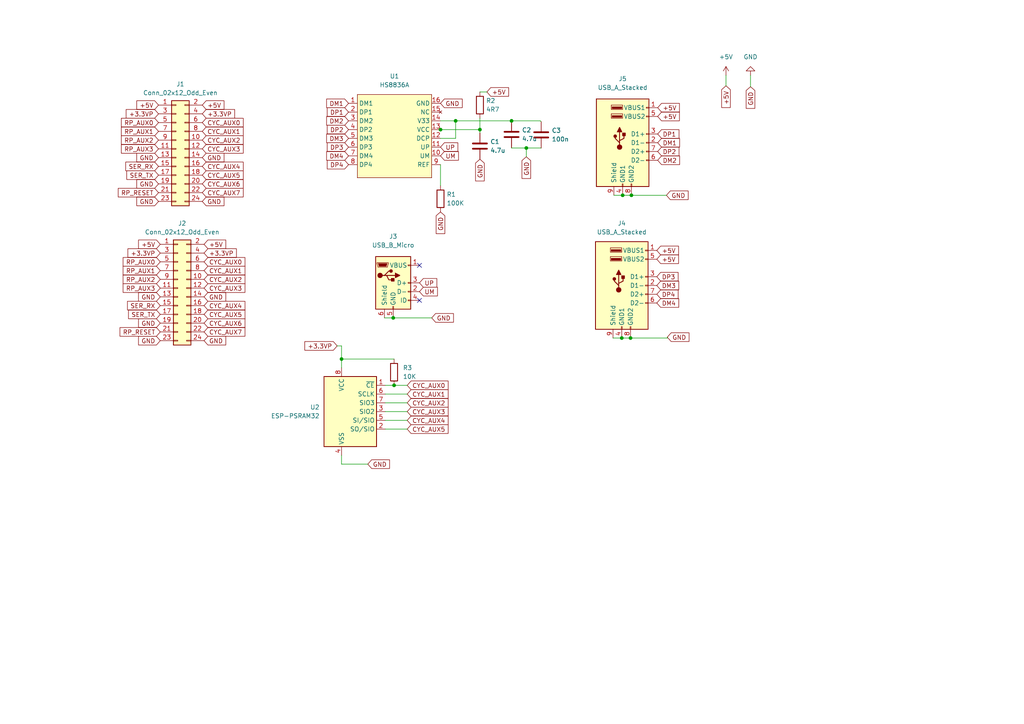
<source format=kicad_sch>
(kicad_sch (version 20230121) (generator eeschema)
  (paper "A4")
  (lib_symbols
    (symbol "Connector:USB_A_Stacked" (pin_names (offset 1.016))
      (property "Reference" "J" (at 0 15.875 0))
      (property "Value" "USB_A_Stacked" (at 0 13.97 0))
      (symbol "USB_A_Stacked_0_1"
        (rectangle (start -7.62 12.7) (end 7.62 -12.7) (stroke (width 0.254)) (fill (type background)))
        (circle (center -2.159 1.905) (radius 0.381) (stroke (width 0.254)) (fill (type outline)))
        (circle (center -0.889 -1.27) (radius 0.635) (stroke (width 0.254)) (fill (type outline)))
        (rectangle (start -0.254 7.366) (end -3.048 7.874) (fill (type outline)))
        (rectangle (start -0.254 9.906) (end -3.048 10.414) (fill (type outline)))
        (rectangle (start -0.127 -12.7) (end 0.127 -11.938))
        (polyline (pts (xy -1.524 3.175) (xy -0.254 3.175) (xy -0.889 4.445) (xy -1.524 3.175)) (stroke (width 0.254)) (fill (type outline)))
        (polyline (pts (xy -0.889 -0.635) (xy -0.889 0) (xy -2.159 1.27) (xy -2.159 1.905)) (stroke (width 0.254)))
        (polyline (pts (xy -0.889 0) (xy -0.889 0.635) (xy 0.381 1.27) (xy 0.381 2.54)) (stroke (width 0.254)))
        (rectangle (start 0 2.794) (end 0.762 2.032) (stroke (width 0.254)) (fill (type outline)))
        (rectangle (start 0 7.112) (end -3.302 8.382))
        (rectangle (start 0 9.652) (end -3.302 10.922))
        (rectangle (start 2.413 -12.7) (end 2.667 -11.938))
        (rectangle (start 7.62 -5.207) (end 6.858 -4.953))
        (rectangle (start 7.62 -2.667) (end 6.858 -2.413))
        (rectangle (start 7.62 -0.127) (end 6.858 0.127))
        (rectangle (start 7.62 2.413) (end 6.858 2.667))
        (rectangle (start 7.62 7.493) (end 6.858 7.747))
        (rectangle (start 7.62 10.033) (end 6.858 10.287))
      )
      (symbol "USB_A_Stacked_1_1"
        (polyline (pts (xy -0.889 0.635) (xy -0.889 3.175)) (stroke (width 0.254)))
        (pin power_in line (at 10.16 10.16 180) (length 2.54) (name "VBUS1") (number "1"))
        (pin bidirectional line (at 10.16 0 180) (length 2.54) (name "D1-") (number "2"))
        (pin bidirectional line (at 10.16 2.54 180) (length 2.54) (name "D1+") (number "3"))
        (pin power_in line (at 0 -15.24 90) (length 2.54) (name "GND1") (number "4"))
        (pin power_in line (at 10.16 7.62 180) (length 2.54) (name "VBUS2") (number "5"))
        (pin bidirectional line (at 10.16 -5.08 180) (length 2.54) (name "D2-") (number "6"))
        (pin bidirectional line (at 10.16 -2.54 180) (length 2.54) (name "D2+") (number "7"))
        (pin power_in line (at 2.54 -15.24 90) (length 2.54) (name "GND2") (number "8"))
        (pin passive line (at -2.54 -15.24 90) (length 2.54) (name "Shield") (number "9"))
      )
    )
    (symbol "Connector:USB_B_Micro" (pin_names (offset 1.016))
      (property "Reference" "J" (at -5.08 11.43 0))
      (property "Value" "USB_B_Micro" (at -5.08 8.89 0))
      (symbol "USB_B_Micro_0_1"
        (rectangle (start -5.08 -7.62) (end 5.08 7.62) (stroke (width 0.254)) (fill (type background)))
        (circle (center -3.81 2.159) (radius 0.635) (stroke (width 0.254)) (fill (type outline)))
        (circle (center -0.635 3.429) (radius 0.381) (stroke (width 0.254)) (fill (type outline)))
        (rectangle (start -0.127 -7.62) (end 0.127 -6.858))
        (polyline (pts (xy -1.905 2.159) (xy 0.635 2.159)) (stroke (width 0.254)))
        (polyline (pts (xy -3.175 2.159) (xy -2.54 2.159) (xy -1.27 3.429) (xy -0.635 3.429)) (stroke (width 0.254)))
        (polyline (pts (xy -2.54 2.159) (xy -1.905 2.159) (xy -1.27 0.889) (xy 0 0.889)) (stroke (width 0.254)))
        (polyline (pts (xy 0.635 2.794) (xy 0.635 1.524) (xy 1.905 2.159) (xy 0.635 2.794)) (stroke (width 0.254)) (fill (type outline)))
        (polyline (pts (xy -4.318 5.588) (xy -1.778 5.588) (xy -2.032 4.826) (xy -4.064 4.826) (xy -4.318 5.588)) (fill (type outline)))
        (polyline (pts (xy -4.699 5.842) (xy -4.699 5.588) (xy -4.445 4.826) (xy -4.445 4.572) (xy -1.651 4.572) (xy -1.651 4.826) (xy -1.397 5.588) (xy -1.397 5.842) (xy -4.699 5.842)))
        (rectangle (start 0.254 1.27) (end -0.508 0.508) (stroke (width 0.254)) (fill (type outline)))
        (rectangle (start 5.08 -5.207) (end 4.318 -4.953))
        (rectangle (start 5.08 -2.667) (end 4.318 -2.413))
        (rectangle (start 5.08 -0.127) (end 4.318 0.127))
        (rectangle (start 5.08 4.953) (end 4.318 5.207))
      )
      (symbol "USB_B_Micro_1_1"
        (pin power_out line (at 7.62 5.08 180) (length 2.54) (name "VBUS") (number "1"))
        (pin bidirectional line (at 7.62 -2.54 180) (length 2.54) (name "D-") (number "2"))
        (pin bidirectional line (at 7.62 0 180) (length 2.54) (name "D+") (number "3"))
        (pin passive line (at 7.62 -5.08 180) (length 2.54) (name "ID") (number "4"))
        (pin power_out line (at 0 -10.16 90) (length 2.54) (name "GND") (number "5"))
        (pin passive line (at -2.54 -10.16 90) (length 2.54) (name "Shield") (number "6"))
      )
    )
    (symbol "Connector_Generic:Conn_02x12_Odd_Even" (pin_names (offset 1.016) hide)
      (property "Reference" "J" (at 1.27 15.24 0))
      (property "Value" "Conn_02x12_Odd_Even" (at 1.27 -17.78 0))
      (symbol "Conn_02x12_Odd_Even_1_1"
        (rectangle (start -1.27 -15.113) (end 0 -15.367) (stroke (width 0.1524)))
        (rectangle (start -1.27 -12.573) (end 0 -12.827) (stroke (width 0.1524)))
        (rectangle (start -1.27 -10.033) (end 0 -10.287) (stroke (width 0.1524)))
        (rectangle (start -1.27 -7.493) (end 0 -7.747) (stroke (width 0.1524)))
        (rectangle (start -1.27 -4.953) (end 0 -5.207) (stroke (width 0.1524)))
        (rectangle (start -1.27 -2.413) (end 0 -2.667) (stroke (width 0.1524)))
        (rectangle (start -1.27 0.127) (end 0 -0.127) (stroke (width 0.1524)))
        (rectangle (start -1.27 2.667) (end 0 2.413) (stroke (width 0.1524)))
        (rectangle (start -1.27 5.207) (end 0 4.953) (stroke (width 0.1524)))
        (rectangle (start -1.27 7.747) (end 0 7.493) (stroke (width 0.1524)))
        (rectangle (start -1.27 10.287) (end 0 10.033) (stroke (width 0.1524)))
        (rectangle (start -1.27 12.827) (end 0 12.573) (stroke (width 0.1524)))
        (rectangle (start -1.27 13.97) (end 3.81 -16.51) (stroke (width 0.254)) (fill (type background)))
        (rectangle (start 3.81 -15.113) (end 2.54 -15.367) (stroke (width 0.1524)))
        (rectangle (start 3.81 -12.573) (end 2.54 -12.827) (stroke (width 0.1524)))
        (rectangle (start 3.81 -10.033) (end 2.54 -10.287) (stroke (width 0.1524)))
        (rectangle (start 3.81 -7.493) (end 2.54 -7.747) (stroke (width 0.1524)))
        (rectangle (start 3.81 -4.953) (end 2.54 -5.207) (stroke (width 0.1524)))
        (rectangle (start 3.81 -2.413) (end 2.54 -2.667) (stroke (width 0.1524)))
        (rectangle (start 3.81 0.127) (end 2.54 -0.127) (stroke (width 0.1524)))
        (rectangle (start 3.81 2.667) (end 2.54 2.413) (stroke (width 0.1524)))
        (rectangle (start 3.81 5.207) (end 2.54 4.953) (stroke (width 0.1524)))
        (rectangle (start 3.81 7.747) (end 2.54 7.493) (stroke (width 0.1524)))
        (rectangle (start 3.81 10.287) (end 2.54 10.033) (stroke (width 0.1524)))
        (rectangle (start 3.81 12.827) (end 2.54 12.573) (stroke (width 0.1524)))
        (pin passive line (at -5.08 12.7 0) (length 3.81) (name "Pin_1") (number "1"))
        (pin passive line (at 7.62 2.54 180) (length 3.81) (name "Pin_10") (number "10"))
        (pin passive line (at -5.08 0 0) (length 3.81) (name "Pin_11") (number "11"))
        (pin passive line (at 7.62 0 180) (length 3.81) (name "Pin_12") (number "12"))
        (pin passive line (at -5.08 -2.54 0) (length 3.81) (name "Pin_13") (number "13"))
        (pin passive line (at 7.62 -2.54 180) (length 3.81) (name "Pin_14") (number "14"))
        (pin passive line (at -5.08 -5.08 0) (length 3.81) (name "Pin_15") (number "15"))
        (pin passive line (at 7.62 -5.08 180) (length 3.81) (name "Pin_16") (number "16"))
        (pin passive line (at -5.08 -7.62 0) (length 3.81) (name "Pin_17") (number "17"))
        (pin passive line (at 7.62 -7.62 180) (length 3.81) (name "Pin_18") (number "18"))
        (pin passive line (at -5.08 -10.16 0) (length 3.81) (name "Pin_19") (number "19"))
        (pin passive line (at 7.62 12.7 180) (length 3.81) (name "Pin_2") (number "2"))
        (pin passive line (at 7.62 -10.16 180) (length 3.81) (name "Pin_20") (number "20"))
        (pin passive line (at -5.08 -12.7 0) (length 3.81) (name "Pin_21") (number "21"))
        (pin passive line (at 7.62 -12.7 180) (length 3.81) (name "Pin_22") (number "22"))
        (pin passive line (at -5.08 -15.24 0) (length 3.81) (name "Pin_23") (number "23"))
        (pin passive line (at 7.62 -15.24 180) (length 3.81) (name "Pin_24") (number "24"))
        (pin passive line (at -5.08 10.16 0) (length 3.81) (name "Pin_3") (number "3"))
        (pin passive line (at 7.62 10.16 180) (length 3.81) (name "Pin_4") (number "4"))
        (pin passive line (at -5.08 7.62 0) (length 3.81) (name "Pin_5") (number "5"))
        (pin passive line (at 7.62 7.62 180) (length 3.81) (name "Pin_6") (number "6"))
        (pin passive line (at -5.08 5.08 0) (length 3.81) (name "Pin_7") (number "7"))
        (pin passive line (at 7.62 5.08 180) (length 3.81) (name "Pin_8") (number "8"))
        (pin passive line (at -5.08 2.54 0) (length 3.81) (name "Pin_9") (number "9"))
      )
    )
    (symbol "Device:C" (pin_numbers hide) (pin_names (offset 0.254))
      (property "Reference" "C" (at 0.635 2.54 0))
      (property "Value" "C" (at 0.635 -2.54 0))
      (symbol "C_0_1"
        (polyline (pts (xy -2.032 -0.762) (xy 2.032 -0.762)) (stroke (width 0.508)))
        (polyline (pts (xy -2.032 0.762) (xy 2.032 0.762)) (stroke (width 0.508)))
      )
      (symbol "C_1_1"
        (pin passive line (at 0 3.81 270) (length 2.794) (name "~") (number "1"))
        (pin passive line (at 0 -3.81 90) (length 2.794) (name "~") (number "2"))
      )
    )
    (symbol "Device:R" (pin_numbers hide) (pin_names (offset 0))
      (property "Reference" "R" (at 2.032 0 90))
      (property "Value" "R" (at 0 0 90))
      (symbol "R_0_1"
        (rectangle (start -1.016 -2.54) (end 1.016 2.54) (stroke (width 0.254)))
      )
      (symbol "R_1_1"
        (pin passive line (at 0 3.81 270) (length 1.27) (name "~") (number "1"))
        (pin passive line (at 0 -3.81 90) (length 1.27) (name "~") (number "2"))
      )
    )
    (symbol "Memory_RAM:ESP-PSRAM32"
      (property "Reference" "U" (at 3.81 11.43 0))
      (property "Value" "ESP-PSRAM32" (at -1.27 -11.43 0))
      (symbol "ESP-PSRAM32_0_1"
        (rectangle (start -7.62 10.16) (end 7.62 -10.16) (stroke (width 0.254)) (fill (type background)))
      )
      (symbol "ESP-PSRAM32_1_1"
        (pin input line (at 10.16 7.62 180) (length 2.54) (name "~{CE}") (number "1"))
        (pin output line (at 10.16 -5.08 180) (length 2.54) (name "SO/SIO") (number "2"))
        (pin bidirectional line (at 10.16 0 180) (length 2.54) (name "SIO2") (number "3"))
        (pin power_in line (at -2.54 -12.7 90) (length 2.54) (name "VSS") (number "4"))
        (pin input line (at 10.16 -2.54 180) (length 2.54) (name "SI/SIO") (number "5"))
        (pin output line (at 10.16 5.08 180) (length 2.54) (name "SCLK") (number "6"))
        (pin bidirectional line (at 10.16 2.54 180) (length 2.54) (name "SIO3") (number "7"))
        (pin power_in line (at -2.54 12.7 270) (length 2.54) (name "VCC") (number "8"))
      )
    )
    (symbol "hs8836a:HS8836A"
      (property "Reference" "U" (at 0 0 0))
      (property "Value" "HS8836A" (at 0 3.81 0))
      (symbol "HS8836A_0_1"
        (rectangle (start -11.43 10.16) (end 10.16 -13.97) (fill (type background)))
      )
      (symbol "HS8836A_1_1"
        (pin bidirectional line (at -13.97 7.62 0) (length 2.54) (name "DM1") (number "1"))
        (pin bidirectional line (at 12.7 -7.62 180) (length 2.54) (name "UM") (number "10"))
        (pin bidirectional line (at 12.7 -5.08 180) (length 2.54) (name "UP") (number "11"))
        (pin passive line (at 12.7 -2.54 180) (length 2.54) (name "DCP") (number "12"))
        (pin power_in line (at 12.7 0 180) (length 2.54) (name "VCC") (number "13"))
        (pin power_in line (at 12.7 2.54 180) (length 2.54) (name "V33") (number "14"))
        (pin no_connect line (at 12.7 5.08 180) (length 2.54) (name "NC") (number "15"))
        (pin power_in line (at 12.7 7.62 180) (length 2.54) (name "GND") (number "16"))
        (pin bidirectional line (at -13.97 5.08 0) (length 2.54) (name "DP1") (number "2"))
        (pin bidirectional line (at -13.97 2.54 0) (length 2.54) (name "DM2") (number "3"))
        (pin bidirectional line (at -13.97 0 0) (length 2.54) (name "DP2") (number "4"))
        (pin bidirectional line (at -13.97 -2.54 0) (length 2.54) (name "DM3") (number "5"))
        (pin bidirectional line (at -13.97 -5.08 0) (length 2.54) (name "DP3") (number "6"))
        (pin bidirectional line (at -13.97 -7.62 0) (length 2.54) (name "DM4") (number "7"))
        (pin bidirectional line (at -13.97 -10.16 0) (length 2.54) (name "DP4") (number "8"))
        (pin passive line (at 12.7 -10.16 180) (length 2.54) (name "REF") (number "9"))
      )
    )
    (symbol "power:+5V" (power) (pin_names (offset 0))
      (property "Value" "+5V" (at 0 3.556 0))
      (symbol "+5V_0_1"
        (polyline (pts (xy -0.762 1.27) (xy 0 2.54)))
        (polyline (pts (xy 0 0) (xy 0 2.54)))
        (polyline (pts (xy 0 2.54) (xy 0.762 1.27)))
      )
      (symbol "+5V_1_1"
        (pin power_in line (at 0 0 90) (length 0) hide (name "+5V") (number "1"))
      )
    )
    (symbol "power:GND" (power) (pin_names (offset 0))
      (property "Value" "GND" (at 0 -3.81 0))
      (symbol "GND_0_1"
        (polyline (pts (xy 0 0) (xy 0 -1.27) (xy 1.27 -1.27) (xy 0 -2.54) (xy -1.27 -1.27) (xy 0 -1.27)))
      )
      (symbol "GND_1_1"
        (pin power_in line (at 0 0 270) (length 0) hide (name "GND") (number "1"))
      )
    )
  )
  (junction (at 180.34 98.044))
  (junction (at 114.3 111.76))
  (junction (at 114.046 92.202))
  (junction (at 99.06 104.14))
  (junction (at 180.594 56.642))
  (junction (at 182.88 98.044))
  (junction (at 139.192 37.592))
  (junction (at 148.37 35.052))
  (junction (at 132.1545 35.052))
  (junction (at 127.762 37.592))
  (junction (at 183.134 56.642))
  (junction (at 152.654 42.926))
  (no_connect (at 121.666 76.962))
  (no_connect (at 121.666 87.122))
  (wire (pts (xy 139.192 34.29) (xy 139.192 37.592)))
  (wire (pts (xy 132.1545 40.132) (xy 132.1545 35.052)))
  (wire (pts (xy 99.06 134.62) (xy 99.06 132.08)))
  (wire (pts (xy 127.762 35.052) (xy 132.1545 35.052)))
  (wire (pts (xy 156.972 42.926) (xy 152.654 42.926)))
  (wire (pts (xy 99.06 100.33) (xy 97.79 100.33)))
  (wire (pts (xy 99.06 106.68) (xy 99.06 104.14)))
  (wire (pts (xy 182.88 98.044) (xy 193.548 98.044)))
  (wire (pts (xy 111.76 124.46) (xy 118.11 124.46)))
  (wire (pts (xy 114.3 111.76) (xy 118.11 111.76)))
  (wire (pts (xy 183.134 56.642) (xy 193.294 56.642)))
  (wire (pts (xy 178.054 56.642) (xy 180.594 56.642)))
  (wire (pts (xy 193.548 98.044) (xy 193.548 97.79)))
  (wire (pts (xy 177.8 98.044) (xy 180.34 98.044)))
  (wire (pts (xy 127.762 47.752) (xy 127.762 53.848)))
  (wire (pts (xy 99.06 104.14) (xy 114.3 104.14)))
  (wire (pts (xy 111.76 121.92) (xy 118.11 121.92)))
  (wire (pts (xy 210.566 21.844) (xy 210.566 24.892)))
  (wire (pts (xy 111.76 119.38) (xy 118.11 119.38)))
  (wire (pts (xy 152.654 42.926) (xy 148.37 42.926)))
  (wire (pts (xy 152.654 42.926) (xy 152.654 45.466)))
  (wire (pts (xy 111.506 92.202) (xy 114.046 92.202)))
  (wire (pts (xy 180.594 56.642) (xy 183.134 56.642)))
  (wire (pts (xy 106.68 134.62) (xy 99.06 134.62)))
  (wire (pts (xy 156.718 35.052) (xy 156.972 35.306)))
  (wire (pts (xy 148.37 42.926) (xy 148.37 42.8004)))
  (wire (pts (xy 111.76 114.3) (xy 118.11 114.3)))
  (wire (pts (xy 114.3 111.76) (xy 111.76 111.76)))
  (wire (pts (xy 132.1545 35.052) (xy 148.37 35.052)))
  (wire (pts (xy 148.37 35.052) (xy 156.718 35.052)))
  (wire (pts (xy 99.06 104.14) (xy 99.06 100.33)))
  (wire (pts (xy 180.34 98.044) (xy 182.88 98.044)))
  (wire (pts (xy 114.046 92.202) (xy 125.222 92.202)))
  (wire (pts (xy 111.76 116.84) (xy 118.11 116.84)))
  (wire (pts (xy 127.762 37.592) (xy 139.192 37.592)))
  (wire (pts (xy 139.192 37.592) (xy 139.192 38.5666)))
  (wire (pts (xy 127.762 40.132) (xy 132.1545 40.132)))
  (wire (pts (xy 217.678 21.844) (xy 217.678 25.146)))
  (wire (pts (xy 139.192 26.67) (xy 141.224 26.67)))
  (wire (pts (xy 127.6551 37.592) (xy 127.762 37.592)))
  (wire (pts (xy 148.37 35.052) (xy 148.37 35.1804)))
  (global_label "DP3" (shape input) (at 190.5 80.264 0) (property "Intersheetrefs" "${INTERSHEET_REFS}" (effects hide)))
  (global_label "RP_AUX0" (shape input) (at 46.482 75.946 180) (property "Intersheetrefs" "${INTERSHEET_REFS}" (effects hide)))
  (global_label "GND" (shape input) (at 127.762 61.468 270) (property "Intersheetrefs" "${INTERSHEET_REFS}" (effects hide)))
  (global_label "SER_TX" (shape input) (at 46.482 91.186 180) (property "Intersheetrefs" "${INTERSHEET_REFS}" (effects hide)))
  (global_label "RP_RESET" (shape input) (at 46.482 96.266 180) (property "Intersheetrefs" "${INTERSHEET_REFS}" (effects hide)))
  (global_label "+3.3VP" (shape input) (at 58.674 33.02 0) (property "Intersheetrefs" "${INTERSHEET_REFS}" (effects hide)))
  (global_label "DM1" (shape input) (at 190.754 41.402 0) (property "Intersheetrefs" "${INTERSHEET_REFS}" (effects hide)))
  (global_label "CYC_AUX6" (shape input) (at 58.674 53.34 0) (property "Intersheetrefs" "${INTERSHEET_REFS}" (effects hide)))
  (global_label "+5V" (shape input) (at 190.754 31.242 0) (property "Intersheetrefs" "${INTERSHEET_REFS}" (effects hide)))
  (global_label "CYC_AUX5" (shape input) (at 58.674 50.8 0) (property "Intersheetrefs" "${INTERSHEET_REFS}" (effects hide)))
  (global_label "DP1" (shape input) (at 190.754 38.862 0) (property "Intersheetrefs" "${INTERSHEET_REFS}" (effects hide)))
  (global_label "GND" (shape input) (at 59.182 86.106 0) (property "Intersheetrefs" "${INTERSHEET_REFS}" (effects hide)))
  (global_label "+5V" (shape input) (at 141.224 26.67 0) (property "Intersheetrefs" "${INTERSHEET_REFS}" (effects hide)))
  (global_label "CYC_AUX7" (shape input) (at 58.674 55.88 0) (property "Intersheetrefs" "${INTERSHEET_REFS}" (effects hide)))
  (global_label "CYC_AUX6" (shape input) (at 59.182 93.726 0) (property "Intersheetrefs" "${INTERSHEET_REFS}" (effects hide)))
  (global_label "GND" (shape input) (at 46.482 86.106 180) (property "Intersheetrefs" "${INTERSHEET_REFS}" (effects hide)))
  (global_label "CYC_AUX3" (shape input) (at 59.182 83.566 0) (property "Intersheetrefs" "${INTERSHEET_REFS}" (effects hide)))
  (global_label "SER_RX" (shape input) (at 45.974 48.26 180) (property "Intersheetrefs" "${INTERSHEET_REFS}" (effects hide)))
  (global_label "RP_AUX1" (shape input) (at 45.974 38.1 180) (property "Intersheetrefs" "${INTERSHEET_REFS}" (effects hide)))
  (global_label "DM2" (shape input) (at 101.092 35.052 180) (property "Intersheetrefs" "${INTERSHEET_REFS}" (effects hide)))
  (global_label "RP_AUX1" (shape input) (at 46.482 78.486 180) (property "Intersheetrefs" "${INTERSHEET_REFS}" (effects hide)))
  (global_label "CYC_AUX3" (shape input) (at 58.674 43.18 0) (property "Intersheetrefs" "${INTERSHEET_REFS}" (effects hide)))
  (global_label "+3.3VP" (shape input) (at 45.974 33.02 180) (property "Intersheetrefs" "${INTERSHEET_REFS}" (effects hide)))
  (global_label "CYC_AUX2" (shape input) (at 118.11 116.84 0) (property "Intersheetrefs" "${INTERSHEET_REFS}" (effects hide)))
  (global_label "RP_AUX0" (shape input) (at 45.974 35.56 180) (property "Intersheetrefs" "${INTERSHEET_REFS}" (effects hide)))
  (global_label "+5V" (shape input) (at 46.482 70.866 180) (property "Intersheetrefs" "${INTERSHEET_REFS}" (effects hide)))
  (global_label "CYC_AUX4" (shape input) (at 59.182 88.646 0) (property "Intersheetrefs" "${INTERSHEET_REFS}" (effects hide)))
  (global_label "DM4" (shape input) (at 190.5 87.884 0) (property "Intersheetrefs" "${INTERSHEET_REFS}" (effects hide)))
  (global_label "GND" (shape input) (at 58.674 45.72 0) (property "Intersheetrefs" "${INTERSHEET_REFS}" (effects hide)))
  (global_label "SER_TX" (shape input) (at 45.974 50.8 180) (property "Intersheetrefs" "${INTERSHEET_REFS}" (effects hide)))
  (global_label "GND" (shape input) (at 59.182 98.806 0) (property "Intersheetrefs" "${INTERSHEET_REFS}" (effects hide)))
  (global_label "+5V" (shape input) (at 190.754 33.782 0) (property "Intersheetrefs" "${INTERSHEET_REFS}" (effects hide)))
  (global_label "UM" (shape input) (at 127.762 45.212 0) (property "Intersheetrefs" "${INTERSHEET_REFS}" (effects hide)))
  (global_label "CYC_AUX7" (shape input) (at 59.182 96.266 0) (property "Intersheetrefs" "${INTERSHEET_REFS}" (effects hide)))
  (global_label "CYC_AUX5" (shape input) (at 118.11 124.46 0) (property "Intersheetrefs" "${INTERSHEET_REFS}" (effects hide)))
  (global_label "GND" (shape input) (at 152.654 45.466 270) (property "Intersheetrefs" "${INTERSHEET_REFS}" (effects hide)))
  (global_label "GND" (shape input) (at 125.222 92.202 0) (property "Intersheetrefs" "${INTERSHEET_REFS}" (effects hide)))
  (global_label "GND" (shape input) (at 127.762 29.972 0) (property "Intersheetrefs" "${INTERSHEET_REFS}" (effects hide)))
  (global_label "GND" (shape input) (at 106.68 134.62 0) (property "Intersheetrefs" "${INTERSHEET_REFS}" (effects hide)))
  (global_label "DM1" (shape input) (at 101.092 29.972 180) (property "Intersheetrefs" "${INTERSHEET_REFS}" (effects hide)))
  (global_label "UP" (shape input) (at 127.762 42.672 0) (property "Intersheetrefs" "${INTERSHEET_REFS}" (effects hide)))
  (global_label "DP3" (shape input) (at 101.092 42.672 180) (property "Intersheetrefs" "${INTERSHEET_REFS}" (effects hide)))
  (global_label "CYC_AUX4" (shape input) (at 58.674 48.26 0) (property "Intersheetrefs" "${INTERSHEET_REFS}" (effects hide)))
  (global_label "CYC_AUX5" (shape input) (at 59.182 91.186 0) (property "Intersheetrefs" "${INTERSHEET_REFS}" (effects hide)))
  (global_label "CYC_AUX2" (shape input) (at 58.674 40.64 0) (property "Intersheetrefs" "${INTERSHEET_REFS}" (effects hide)))
  (global_label "+3.3VP" (shape input) (at 97.79 100.33 180) (property "Intersheetrefs" "${INTERSHEET_REFS}" (effects hide)))
  (global_label "GND" (shape input) (at 217.678 25.146 270) (property "Intersheetrefs" "${INTERSHEET_REFS}" (effects hide)))
  (global_label "+5V" (shape input) (at 210.566 24.892 270) (property "Intersheetrefs" "${INTERSHEET_REFS}" (effects hide)))
  (global_label "DM3" (shape input) (at 190.5 82.804 0) (property "Intersheetrefs" "${INTERSHEET_REFS}" (effects hide)))
  (global_label "DP2" (shape input) (at 190.754 43.942 0) (property "Intersheetrefs" "${INTERSHEET_REFS}" (effects hide)))
  (global_label "CYC_AUX0" (shape input) (at 59.182 75.946 0) (property "Intersheetrefs" "${INTERSHEET_REFS}" (effects hide)))
  (global_label "GND" (shape input) (at 45.974 53.34 180) (property "Intersheetrefs" "${INTERSHEET_REFS}" (effects hide)))
  (global_label "+5V" (shape input) (at 45.974 30.48 180) (property "Intersheetrefs" "${INTERSHEET_REFS}" (effects hide)))
  (global_label "UM" (shape input) (at 121.666 84.582 0) (property "Intersheetrefs" "${INTERSHEET_REFS}" (effects hide)))
  (global_label "RP_AUX2" (shape input) (at 46.482 81.026 180) (property "Intersheetrefs" "${INTERSHEET_REFS}" (effects hide)))
  (global_label "RP_AUX3" (shape input) (at 45.974 43.18 180) (property "Intersheetrefs" "${INTERSHEET_REFS}" (effects hide)))
  (global_label "UP" (shape input) (at 121.666 82.042 0) (property "Intersheetrefs" "${INTERSHEET_REFS}" (effects hide)))
  (global_label "CYC_AUX4" (shape input) (at 118.11 121.92 0) (property "Intersheetrefs" "${INTERSHEET_REFS}" (effects hide)))
  (global_label "CYC_AUX1" (shape input) (at 118.11 114.3 0) (property "Intersheetrefs" "${INTERSHEET_REFS}" (effects hide)))
  (global_label "+3.3VP" (shape input) (at 59.182 73.406 0) (property "Intersheetrefs" "${INTERSHEET_REFS}" (effects hide)))
  (global_label "+5V" (shape input) (at 59.182 70.866 0) (property "Intersheetrefs" "${INTERSHEET_REFS}" (effects hide)))
  (global_label "GND" (shape input) (at 46.482 93.726 180) (property "Intersheetrefs" "${INTERSHEET_REFS}" (effects hide)))
  (global_label "DM4" (shape input) (at 101.092 45.212 180) (property "Intersheetrefs" "${INTERSHEET_REFS}" (effects hide)))
  (global_label "RP_RESET" (shape input) (at 45.974 55.88 180) (property "Intersheetrefs" "${INTERSHEET_REFS}" (effects hide)))
  (global_label "GND" (shape input) (at 45.974 45.72 180) (property "Intersheetrefs" "${INTERSHEET_REFS}" (effects hide)))
  (global_label "DP4" (shape input) (at 101.092 47.752 180) (property "Intersheetrefs" "${INTERSHEET_REFS}" (effects hide)))
  (global_label "+5V" (shape input) (at 190.5 75.184 0) (property "Intersheetrefs" "${INTERSHEET_REFS}" (effects hide)))
  (global_label "RP_AUX2" (shape input) (at 45.974 40.64 180) (property "Intersheetrefs" "${INTERSHEET_REFS}" (effects hide)))
  (global_label "DP4" (shape input) (at 190.5 85.344 0) (property "Intersheetrefs" "${INTERSHEET_REFS}" (effects hide)))
  (global_label "CYC_AUX3" (shape input) (at 118.11 119.38 0) (property "Intersheetrefs" "${INTERSHEET_REFS}" (effects hide)))
  (global_label "DM3" (shape input) (at 101.092 40.132 180) (property "Intersheetrefs" "${INTERSHEET_REFS}" (effects hide)))
  (global_label "CYC_AUX1" (shape input) (at 59.182 78.486 0) (property "Intersheetrefs" "${INTERSHEET_REFS}" (effects hide)))
  (global_label "+5V" (shape input) (at 190.5 72.644 0) (property "Intersheetrefs" "${INTERSHEET_REFS}" (effects hide)))
  (global_label "CYC_AUX0" (shape input) (at 58.674 35.56 0) (property "Intersheetrefs" "${INTERSHEET_REFS}" (effects hide)))
  (global_label "DM2" (shape input) (at 190.754 46.482 0) (property "Intersheetrefs" "${INTERSHEET_REFS}" (effects hide)))
  (global_label "DP2" (shape input) (at 101.092 37.592 180) (property "Intersheetrefs" "${INTERSHEET_REFS}" (effects hide)))
  (global_label "SER_RX" (shape input) (at 46.482 88.646 180) (property "Intersheetrefs" "${INTERSHEET_REFS}" (effects hide)))
  (global_label "GND" (shape input) (at 193.548 97.79 0) (property "Intersheetrefs" "${INTERSHEET_REFS}" (effects hide)))
  (global_label "CYC_AUX1" (shape input) (at 58.674 38.1 0) (property "Intersheetrefs" "${INTERSHEET_REFS}" (effects hide)))
  (global_label "GND" (shape input) (at 139.192 46.1866 270) (property "Intersheetrefs" "${INTERSHEET_REFS}" (effects hide)))
  (global_label "+5V" (shape input) (at 58.674 30.48 0) (property "Intersheetrefs" "${INTERSHEET_REFS}" (effects hide)))
  (global_label "RP_AUX3" (shape input) (at 46.482 83.566 180) (property "Intersheetrefs" "${INTERSHEET_REFS}" (effects hide)))
  (global_label "CYC_AUX0" (shape input) (at 118.11 111.76 0) (property "Intersheetrefs" "${INTERSHEET_REFS}" (effects hide)))
  (global_label "DP1" (shape input) (at 101.092 32.512 180) (property "Intersheetrefs" "${INTERSHEET_REFS}" (effects hide)))
  (global_label "GND" (shape input) (at 193.294 56.642 0) (property "Intersheetrefs" "${INTERSHEET_REFS}" (effects hide)))
  (global_label "GND" (shape input) (at 58.674 58.42 0) (property "Intersheetrefs" "${INTERSHEET_REFS}" (effects hide)))
  (global_label "GND" (shape input) (at 46.482 98.806 180) (property "Intersheetrefs" "${INTERSHEET_REFS}" (effects hide)))
  (global_label "+3.3VP" (shape input) (at 46.482 73.406 180) (property "Intersheetrefs" "${INTERSHEET_REFS}" (effects hide)))
  (global_label "GND" (shape input) (at 45.974 58.42 180) (property "Intersheetrefs" "${INTERSHEET_REFS}" (effects hide)))
  (global_label "CYC_AUX2" (shape input) (at 59.182 81.026 0) (property "Intersheetrefs" "${INTERSHEET_REFS}" (effects hide)))
  (symbol (lib_id "Device:C") (at 148.37 38.9904 0) (unit 1)
    (property "Reference" "C2" (at 151.3826 37.7203 0) (effects (justify left)))
    (property "Value" "4.7u" (at 151.3826 40.2603 0) (effects (justify left)))
    (property "Footprint" "Capacitor_SMD:C_1206_3216Metric_Pad1.33x1.80mm_HandSolder" (effects hide))
  )
  (symbol (lib_id "Device:C") (at 156.972 39.116 0) (unit 1)
    (property "Reference" "C3" (at 160.02 37.8459 0) (effects (justify left)))
    (property "Value" "100n" (at 160.02 40.3859 0) (effects (justify left)))
    (property "Footprint" "Capacitor_SMD:C_1206_3216Metric_Pad1.33x1.80mm_HandSolder" (effects hide))
  )
  (symbol (lib_id "Device:R") (at 114.3 107.95 0) (unit 1)
    (property "Reference" "R3" (at 116.84 106.68 0) (effects (justify left)))
    (property "Value" "10K" (at 116.84 109.22 0) (effects (justify left)))
    (property "Footprint" "Resistor_SMD:R_1206_3216Metric_Pad1.30x1.75mm_HandSolder" (effects hide))
  )
  (symbol (lib_id "Connector:USB_A_Stacked") (at 180.34 82.804 0) (unit 1)
    (property "Reference" "J4" (at 180.34 64.77 0))
    (property "Value" "USB_A_Stacked" (at 180.34 67.31 0))
    (property "Footprint" "Connector_USB:USB_A_Wuerth_61400826021_Horizontal_Stacked" (effects hide))
    (property "Datasheet" " ~" (effects hide))
  )
  (symbol (lib_id "Device:R") (at 139.192 30.48 0) (unit 1)
    (property "Reference" "R2" (at 140.97 29.2099 0) (effects (justify left)))
    (property "Value" "4R7" (at 140.97 31.7499 0) (effects (justify left)))
    (property "Footprint" "Resistor_SMD:R_1206_3216Metric_Pad1.30x1.75mm_HandSolder" (effects hide))
  )
  (symbol (lib_id "Connector_Generic:Conn_02x12_Odd_Even") (at 51.054 43.18 0) (unit 1)
    (property "Reference" "J1" (at 52.324 24.3927 0))
    (property "Value" "Conn_02x12_Odd_Even" (at 52.324 26.9327 0))
    (property "Footprint" "Connector_PinSocket_2.54mm:PinSocket_2x12_P2.54mm_Vertical" (effects hide))
  )
  (symbol (lib_id "Device:C") (at 139.192 42.3766 0) (unit 1)
    (property "Reference" "C1" (at 142.2046 41.1065 0) (effects (justify left)))
    (property "Value" "4.7u" (at 142.2046 43.6465 0) (effects (justify left)))
    (property "Footprint" "Capacitor_SMD:C_1206_3216Metric_Pad1.33x1.80mm_HandSolder" (effects hide))
  )
  (symbol (lib_id "Device:R") (at 127.762 57.658 0) (unit 1)
    (property "Reference" "R1" (at 129.54 56.3879 0) (effects (justify left)))
    (property "Value" "100K" (at 129.54 58.9279 0) (effects (justify left)))
    (property "Footprint" "Resistor_SMD:R_1206_3216Metric_Pad1.30x1.75mm_HandSolder" (effects hide))
  )
  (symbol (lib_id "hs8836a:HS8836A") (at 115.062 37.592 0) (unit 1)
    (property "Reference" "U1" (at 114.427 22.098 0))
    (property "Value" "HS8836A" (at 114.427 24.638 0))
    (property "Footprint" "Package_SO:SOP-16_3.9x9.9mm_P1.27mm" (effects hide))
  )
  (symbol (lib_id "Memory_RAM:ESP-PSRAM32") (at 101.6 119.38 0) (unit 1)
    (property "Reference" "U2" (at 92.71 118.11 0) (effects (justify right)))
    (property "Value" "ESP-PSRAM32" (at 92.71 120.65 0) (effects (justify right)))
    (property "Footprint" "Package_SO:SOIC-8_3.9x4.9mm_P1.27mm" (effects hide))
    (property "Datasheet" "https://www.espressif.com/sites/default/files/documentation/esp-psram32_datasheet_en.pdf" (effects hide))
  )
  (symbol (lib_id "Connector:USB_A_Stacked") (at 180.594 41.402 0) (unit 1)
    (property "Reference" "J5" (at 180.594 22.86 0))
    (property "Value" "USB_A_Stacked" (at 180.594 25.4 0))
    (property "Footprint" "Connector_USB:USB_A_Wuerth_61400826021_Horizontal_Stacked" (effects hide))
    (property "Datasheet" " ~" (effects hide))
  )
  (symbol (lib_id "power:GND") (at 217.678 21.844 180) (unit 1)
    (property "Reference" "#PWR0102" (effects hide))
    (property "Value" "GND" (at 217.678 16.51 0))
  )
  (symbol (lib_id "Connector_Generic:Conn_02x12_Odd_Even") (at 51.562 83.566 0) (unit 1)
    (property "Reference" "J2" (at 52.832 64.7787 0))
    (property "Value" "Conn_02x12_Odd_Even" (at 52.832 67.3187 0))
    (property "Footprint" "Connector_PinHeader_2.54mm:PinHeader_2x12_P2.54mm_Vertical" (effects hide))
  )
  (symbol (lib_id "power:+5V") (at 210.566 21.844 0) (unit 1)
    (property "Reference" "#PWR0101" (effects hide))
    (property "Value" "+5V" (at 210.566 16.51 0))
  )
  (symbol (lib_id "Connector:USB_B_Micro") (at 114.046 82.042 0) (unit 1)
    (property "Reference" "J3" (at 114.046 68.58 0))
    (property "Value" "USB_B_Micro" (at 114.046 71.12 0))
    (property "Footprint" "Connector_USB:USB_Micro-B_Molex-105017-0001" (effects hide))
  )
)
</source>
